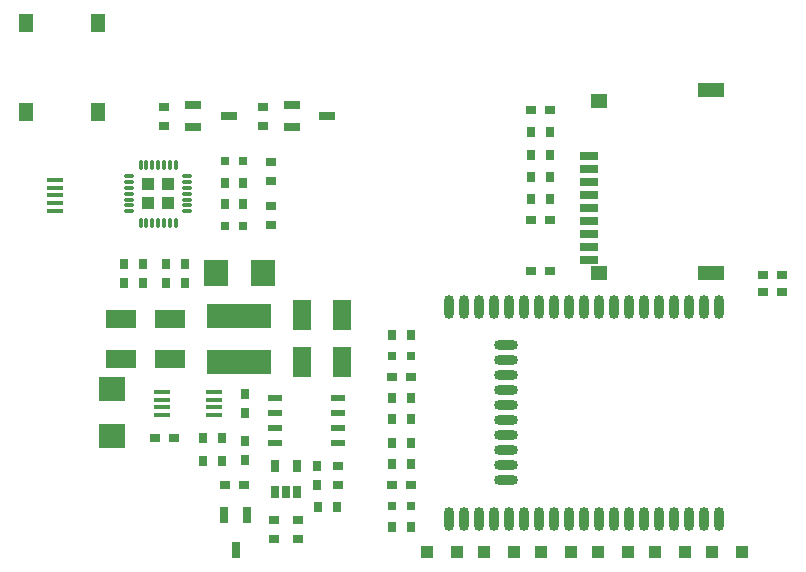
<source format=gtp>
G04 #@! TF.GenerationSoftware,KiCad,Pcbnew,no-vcs-found-7688~57~ubuntu16.04.1*
G04 #@! TF.CreationDate,2017-02-28T17:56:07+07:00*
G04 #@! TF.ProjectId,esp32-iot-uno-hw,65737033322D696F742D756E6F2D6877,rev?*
G04 #@! TF.FileFunction,Paste,Top*
G04 #@! TF.FilePolarity,Positive*
%FSLAX46Y46*%
G04 Gerber Fmt 4.6, Leading zero omitted, Abs format (unit mm)*
G04 Created by KiCad (PCBNEW no-vcs-found-7688~57~ubuntu16.04.1) date Tue Feb 28 17:56:07 2017*
%MOMM*%
%LPD*%
G01*
G04 APERTURE LIST*
%ADD10C,0.100000*%
%ADD11O,0.900000X2.000000*%
%ADD12O,2.000000X0.900000*%
%ADD13R,1.998980X2.301240*%
%ADD14R,2.301240X1.998980*%
%ADD15R,1.500000X2.500000*%
%ADD16R,0.800000X1.400000*%
%ADD17R,1.400000X0.800000*%
%ADD18R,0.750000X0.900000*%
%ADD19R,1.005000X1.005000*%
%ADD20O,0.300000X0.850000*%
%ADD21O,0.850000X0.300000*%
%ADD22R,1.200000X0.550000*%
%ADD23R,2.500000X1.500000*%
%ADD24R,0.900000X0.750000*%
%ADD25R,0.800000X0.800000*%
%ADD26R,5.499100X2.148840*%
%ADD27R,0.900000X0.800000*%
%ADD28R,0.800000X0.900000*%
%ADD29R,1.200000X1.500000*%
%ADD30R,1.350000X0.400000*%
%ADD31R,1.450000X0.450000*%
%ADD32R,0.650000X1.060000*%
%ADD33R,1.600000X0.700000*%
%ADD34R,1.400000X1.200000*%
%ADD35R,2.200000X1.200000*%
%ADD36R,1.000000X1.000000*%
G04 APERTURE END LIST*
D10*
D11*
X173432874Y-93952022D03*
X172162874Y-93952022D03*
X170892874Y-93952022D03*
X169622874Y-93952022D03*
X168352874Y-93952022D03*
X167082874Y-93952022D03*
X165812874Y-93952022D03*
X164542874Y-93952022D03*
X163272874Y-93952022D03*
X162002874Y-93952022D03*
X160732874Y-93952022D03*
X159462874Y-93952022D03*
X158192874Y-93952022D03*
X156922874Y-93952022D03*
X155652874Y-93952022D03*
X154382874Y-93952022D03*
X153112874Y-93952022D03*
X151842874Y-93952022D03*
X150572874Y-93952022D03*
X150572874Y-111952022D03*
X151842874Y-111952022D03*
X153112874Y-111952022D03*
X154382874Y-111952022D03*
X155652874Y-111952022D03*
X156922874Y-111952022D03*
X158192874Y-111952022D03*
X159462874Y-111952022D03*
X160732874Y-111952022D03*
X162002874Y-111952022D03*
X163272874Y-111952022D03*
X164542874Y-111952022D03*
X165812874Y-111952022D03*
X167082874Y-111952022D03*
X168352874Y-111952022D03*
X169622874Y-111952022D03*
X170892874Y-111952022D03*
X172162874Y-111952022D03*
X173432874Y-111952022D03*
D12*
X155432874Y-97237022D03*
X155432874Y-98507022D03*
X155432874Y-99777022D03*
X155432874Y-101047022D03*
X155432874Y-102317022D03*
X155432874Y-108667022D03*
X155432874Y-107397022D03*
X155432874Y-106127022D03*
X155432874Y-104857022D03*
X155432874Y-103587022D03*
D13*
X134825740Y-91109800D03*
X130807460Y-91109800D03*
D14*
X122021600Y-104929940D03*
X122021600Y-100911660D03*
D15*
X138101600Y-98602800D03*
X141501600Y-98602800D03*
D16*
X133451600Y-111556800D03*
X131551600Y-111556800D03*
X132501600Y-114556800D03*
D17*
X131916300Y-77812900D03*
X128916300Y-78762900D03*
X128916300Y-76862900D03*
X137274300Y-76865400D03*
X137274300Y-78765400D03*
X140274300Y-77815400D03*
D18*
X124688600Y-91909799D03*
X124688600Y-90309801D03*
D19*
X125121100Y-83541300D03*
X125121100Y-85216300D03*
X126796100Y-83541300D03*
X126796100Y-85216300D03*
D20*
X124458600Y-81928800D03*
X124958600Y-81928800D03*
X125458600Y-81928800D03*
X125958600Y-81928800D03*
X126458600Y-81928800D03*
X126958600Y-81928800D03*
X127458600Y-81928800D03*
D21*
X128408600Y-82878800D03*
X128408600Y-83378800D03*
X128408600Y-83878800D03*
X128408600Y-84378800D03*
X128408600Y-84878800D03*
X128408600Y-85378800D03*
X128408600Y-85878800D03*
D20*
X127458600Y-86828800D03*
X126958600Y-86828800D03*
X126458600Y-86828800D03*
X125958600Y-86828800D03*
X125458600Y-86828800D03*
X124958600Y-86828800D03*
X124458600Y-86828800D03*
D21*
X123508600Y-85878800D03*
X123508600Y-85378800D03*
X123508600Y-84878800D03*
X123508600Y-84378800D03*
X123508600Y-83878800D03*
X123508600Y-83378800D03*
X123508600Y-82878800D03*
D22*
X135864600Y-101650800D03*
X135864600Y-105460800D03*
X135864600Y-104190800D03*
X135864600Y-102920800D03*
X141214600Y-102920800D03*
X141214600Y-104190800D03*
X141214600Y-105460800D03*
X141214600Y-101650800D03*
D23*
X126974600Y-94997800D03*
X126974600Y-98397800D03*
X122783600Y-94997800D03*
X122783600Y-98397800D03*
D18*
X126593600Y-90309801D03*
X126593600Y-91909799D03*
D24*
X125666601Y-105079800D03*
X127266599Y-105079800D03*
D18*
X133324600Y-101358801D03*
X133324600Y-102958799D03*
D24*
X157543601Y-86601300D03*
X159143599Y-86601300D03*
D15*
X138101600Y-94665800D03*
X141501600Y-94665800D03*
D24*
X131635601Y-109016800D03*
X133235599Y-109016800D03*
X157543601Y-90919300D03*
X159143599Y-90919300D03*
D18*
X128244600Y-91909799D03*
X128244600Y-90309801D03*
X139420600Y-107454801D03*
X139420600Y-109054799D03*
X133324600Y-105295801D03*
X133324600Y-106895799D03*
D24*
X145732601Y-109016800D03*
X147332599Y-109016800D03*
X147332599Y-99872800D03*
X145732601Y-99872800D03*
X177165101Y-91300300D03*
X178765099Y-91300300D03*
X178765099Y-92697300D03*
X177165101Y-92697300D03*
X157543601Y-77266800D03*
X159143599Y-77266800D03*
D18*
X123037600Y-90309801D03*
X123037600Y-91909799D03*
D25*
X145732600Y-110794800D03*
X147332600Y-110794800D03*
X147332600Y-98094800D03*
X145732600Y-98094800D03*
X131572100Y-81648300D03*
X133172100Y-81648300D03*
X133172100Y-87109300D03*
X131572100Y-87109300D03*
D26*
X132816600Y-94767400D03*
X132816600Y-98628200D03*
D27*
X135483600Y-83337299D03*
X135483600Y-81737301D03*
X135483600Y-87020299D03*
X135483600Y-85420301D03*
D28*
X131330599Y-106984800D03*
X129730601Y-106984800D03*
X131330599Y-105079800D03*
X129730601Y-105079800D03*
D27*
X141198600Y-109054799D03*
X141198600Y-107454801D03*
D28*
X141109599Y-110921800D03*
X139509601Y-110921800D03*
X147332599Y-112572800D03*
X145732601Y-112572800D03*
D27*
X135737600Y-113626799D03*
X135737600Y-112026801D03*
X137769600Y-113626799D03*
X137769600Y-112026801D03*
D28*
X147332599Y-96316800D03*
X145732601Y-96316800D03*
X145732601Y-105460800D03*
X147332599Y-105460800D03*
X147332599Y-101650800D03*
X145732601Y-101650800D03*
X145732601Y-107238800D03*
X147332599Y-107238800D03*
X147332599Y-103428800D03*
X145732601Y-103428800D03*
X159143599Y-84823300D03*
X157543601Y-84823300D03*
X133172099Y-83489800D03*
X131572101Y-83489800D03*
X131572101Y-85267800D03*
X133172099Y-85267800D03*
X159143599Y-79171800D03*
X157543601Y-79171800D03*
X159143599Y-82981800D03*
X157543601Y-82981800D03*
X157543601Y-81076800D03*
X159143599Y-81076800D03*
D29*
X120878600Y-69910800D03*
X120878600Y-77510800D03*
X114782600Y-69910800D03*
X114782600Y-77510800D03*
D30*
X117226474Y-85837022D03*
X117226474Y-85187022D03*
X117226474Y-84537022D03*
X117226474Y-83887022D03*
X117226474Y-83237022D03*
D31*
X130698600Y-101183800D03*
X130698600Y-101833800D03*
X130698600Y-102483800D03*
X130698600Y-103133800D03*
X126298600Y-103133800D03*
X126298600Y-102483800D03*
X126298600Y-101833800D03*
X126298600Y-101183800D03*
D32*
X135803600Y-109608800D03*
X136753600Y-109608800D03*
X137703600Y-109608800D03*
X137703600Y-107408800D03*
X135803600Y-107408800D03*
D33*
X162448600Y-83364800D03*
X162448600Y-84464800D03*
X162448600Y-85564800D03*
X162448600Y-86664800D03*
X162448600Y-87764800D03*
X162448600Y-88864800D03*
X162448600Y-89964800D03*
X162448600Y-81164800D03*
X162448600Y-82264800D03*
D34*
X163248600Y-91114800D03*
X163248600Y-76514800D03*
D35*
X172748600Y-91114800D03*
X172748600Y-75614800D03*
D36*
X175343274Y-114763022D03*
X172843274Y-114763022D03*
D27*
X126479300Y-78612899D03*
X126479300Y-77012901D03*
X134861300Y-78676399D03*
X134861300Y-77076401D03*
D36*
X151211600Y-114763022D03*
X148711600Y-114763022D03*
X168015600Y-114731800D03*
X170515600Y-114731800D03*
X163189600Y-114763022D03*
X165689600Y-114763022D03*
X160863600Y-114763022D03*
X158363600Y-114763022D03*
X156037600Y-114763022D03*
X153537600Y-114763022D03*
M02*

</source>
